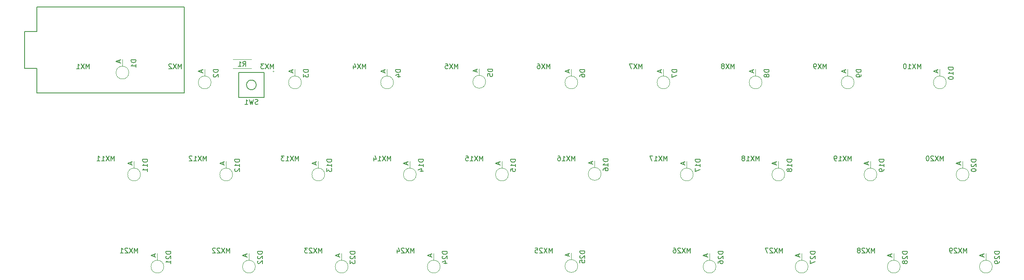
<source format=gbr>
G04 #@! TF.GenerationSoftware,KiCad,Pcbnew,(5.1.4-0-10_14)*
G04 #@! TF.CreationDate,2020-06-07T21:29:09-05:00*
G04 #@! TF.ProjectId,omega,6f6d6567-612e-46b6-9963-61645f706362,rev?*
G04 #@! TF.SameCoordinates,Original*
G04 #@! TF.FileFunction,Legend,Bot*
G04 #@! TF.FilePolarity,Positive*
%FSLAX46Y46*%
G04 Gerber Fmt 4.6, Leading zero omitted, Abs format (unit mm)*
G04 Created by KiCad (PCBNEW (5.1.4-0-10_14)) date 2020-06-07 21:29:09*
%MOMM*%
%LPD*%
G04 APERTURE LIST*
%ADD10C,0.120000*%
%ADD11C,0.150000*%
G04 APERTURE END LIST*
D10*
X105029000Y-54991000D02*
G75*
G03X105029000Y-54991000I-127000J0D01*
G01*
X96505000Y-52547000D02*
X100345000Y-52547000D01*
X96505000Y-54387000D02*
X100345000Y-54387000D01*
X252222000Y-94050629D02*
X252222000Y-92667000D01*
X253548371Y-95377000D02*
G75*
G03X253548371Y-95377000I-1326371J0D01*
G01*
X233172000Y-94050629D02*
X233172000Y-92667000D01*
X234498371Y-95377000D02*
G75*
G03X234498371Y-95377000I-1326371J0D01*
G01*
X214122000Y-94050629D02*
X214122000Y-92667000D01*
X215448371Y-95377000D02*
G75*
G03X215448371Y-95377000I-1326371J0D01*
G01*
X195072000Y-94050629D02*
X195072000Y-92667000D01*
X196398371Y-95377000D02*
G75*
G03X196398371Y-95377000I-1326371J0D01*
G01*
X166497000Y-93923629D02*
X166497000Y-92540000D01*
X167823371Y-95250000D02*
G75*
G03X167823371Y-95250000I-1326371J0D01*
G01*
X138049000Y-94050629D02*
X138049000Y-92667000D01*
X139375371Y-95377000D02*
G75*
G03X139375371Y-95377000I-1326371J0D01*
G01*
X118999000Y-94050629D02*
X118999000Y-92667000D01*
X120325371Y-95377000D02*
G75*
G03X120325371Y-95377000I-1326371J0D01*
G01*
X99822000Y-94050629D02*
X99822000Y-92667000D01*
X101148371Y-95377000D02*
G75*
G03X101148371Y-95377000I-1326371J0D01*
G01*
X80899000Y-94050629D02*
X80899000Y-92667000D01*
X82225371Y-95377000D02*
G75*
G03X82225371Y-95377000I-1326371J0D01*
G01*
X247396000Y-75000629D02*
X247396000Y-73617000D01*
X248722371Y-76327000D02*
G75*
G03X248722371Y-76327000I-1326371J0D01*
G01*
X228346000Y-75000629D02*
X228346000Y-73617000D01*
X229672371Y-76327000D02*
G75*
G03X229672371Y-76327000I-1326371J0D01*
G01*
X209296000Y-75000629D02*
X209296000Y-73617000D01*
X210622371Y-76327000D02*
G75*
G03X210622371Y-76327000I-1326371J0D01*
G01*
X190373000Y-75000629D02*
X190373000Y-73617000D01*
X191699371Y-76327000D02*
G75*
G03X191699371Y-76327000I-1326371J0D01*
G01*
X171323000Y-74873629D02*
X171323000Y-73490000D01*
X172649371Y-76200000D02*
G75*
G03X172649371Y-76200000I-1326371J0D01*
G01*
X152146000Y-75000629D02*
X152146000Y-73617000D01*
X153472371Y-76327000D02*
G75*
G03X153472371Y-76327000I-1326371J0D01*
G01*
X133096000Y-75000629D02*
X133096000Y-73617000D01*
X134422371Y-76327000D02*
G75*
G03X134422371Y-76327000I-1326371J0D01*
G01*
X114173000Y-75000629D02*
X114173000Y-73617000D01*
X115499371Y-76327000D02*
G75*
G03X115499371Y-76327000I-1326371J0D01*
G01*
X95123000Y-75000629D02*
X95123000Y-73617000D01*
X96449371Y-76327000D02*
G75*
G03X96449371Y-76327000I-1326371J0D01*
G01*
X76073000Y-75000629D02*
X76073000Y-73617000D01*
X77399371Y-76327000D02*
G75*
G03X77399371Y-76327000I-1326371J0D01*
G01*
X242697000Y-55950629D02*
X242697000Y-54567000D01*
X244023371Y-57277000D02*
G75*
G03X244023371Y-57277000I-1326371J0D01*
G01*
X223647000Y-55950629D02*
X223647000Y-54567000D01*
X224973371Y-57277000D02*
G75*
G03X224973371Y-57277000I-1326371J0D01*
G01*
X204597000Y-55950629D02*
X204597000Y-54567000D01*
X205923371Y-57277000D02*
G75*
G03X205923371Y-57277000I-1326371J0D01*
G01*
X185547000Y-55950629D02*
X185547000Y-54567000D01*
X186873371Y-57277000D02*
G75*
G03X186873371Y-57277000I-1326371J0D01*
G01*
X166497000Y-55950629D02*
X166497000Y-54567000D01*
X167823371Y-57277000D02*
G75*
G03X167823371Y-57277000I-1326371J0D01*
G01*
X147447000Y-55823629D02*
X147447000Y-54440000D01*
X148773371Y-57150000D02*
G75*
G03X148773371Y-57150000I-1326371J0D01*
G01*
X128397000Y-55950629D02*
X128397000Y-54567000D01*
X129723371Y-57277000D02*
G75*
G03X129723371Y-57277000I-1326371J0D01*
G01*
X109347000Y-55950629D02*
X109347000Y-54567000D01*
X110673371Y-57277000D02*
G75*
G03X110673371Y-57277000I-1326371J0D01*
G01*
X90678000Y-55950629D02*
X90678000Y-54567000D01*
X92004371Y-57277000D02*
G75*
G03X92004371Y-57277000I-1326371J0D01*
G01*
X73660000Y-53918629D02*
X73660000Y-52535000D01*
X74986371Y-55245000D02*
G75*
G03X74986371Y-55245000I-1326371J0D01*
G01*
D11*
X86487000Y-59436000D02*
X86487000Y-41656000D01*
X56007000Y-59436000D02*
X86487000Y-59436000D01*
X56007000Y-54356000D02*
X56007000Y-59436000D01*
X53467000Y-54356000D02*
X56007000Y-54356000D01*
X53467000Y-46736000D02*
X53467000Y-54356000D01*
X56007000Y-46736000D02*
X53467000Y-46736000D01*
X56007000Y-41656000D02*
X56007000Y-46736000D01*
X56007000Y-41656000D02*
X86487000Y-41656000D01*
X101330000Y-57785000D02*
G75*
G03X101330000Y-57785000I-1000000J0D01*
G01*
X97730000Y-55185000D02*
X97730000Y-60385000D01*
X102930000Y-55185000D02*
X97730000Y-55185000D01*
X102930000Y-60385000D02*
X102930000Y-55185000D01*
X97730000Y-60385000D02*
X102930000Y-60385000D01*
X98591666Y-53919380D02*
X98925000Y-53443190D01*
X99163095Y-53919380D02*
X99163095Y-52919380D01*
X98782142Y-52919380D01*
X98686904Y-52967000D01*
X98639285Y-53014619D01*
X98591666Y-53109857D01*
X98591666Y-53252714D01*
X98639285Y-53347952D01*
X98686904Y-53395571D01*
X98782142Y-53443190D01*
X99163095Y-53443190D01*
X97639285Y-53919380D02*
X98210714Y-53919380D01*
X97925000Y-53919380D02*
X97925000Y-52919380D01*
X98020238Y-53062238D01*
X98115476Y-53157476D01*
X98210714Y-53205095D01*
X255000751Y-92257714D02*
X254000751Y-92257714D01*
X254000751Y-92495809D01*
X254048371Y-92638666D01*
X254143609Y-92733904D01*
X254238847Y-92781523D01*
X254429323Y-92829142D01*
X254572180Y-92829142D01*
X254762656Y-92781523D01*
X254857894Y-92733904D01*
X254953132Y-92638666D01*
X255000751Y-92495809D01*
X255000751Y-92257714D01*
X254095990Y-93210095D02*
X254048371Y-93257714D01*
X254000751Y-93352952D01*
X254000751Y-93591047D01*
X254048371Y-93686285D01*
X254095990Y-93733904D01*
X254191228Y-93781523D01*
X254286466Y-93781523D01*
X254429323Y-93733904D01*
X255000751Y-93162476D01*
X255000751Y-93781523D01*
X255000751Y-94257714D02*
X255000751Y-94448190D01*
X254953132Y-94543428D01*
X254905513Y-94591047D01*
X254762656Y-94686285D01*
X254572180Y-94733904D01*
X254191228Y-94733904D01*
X254095990Y-94686285D01*
X254048371Y-94638666D01*
X254000751Y-94543428D01*
X254000751Y-94352952D01*
X254048371Y-94257714D01*
X254095990Y-94210095D01*
X254191228Y-94162476D01*
X254429323Y-94162476D01*
X254524561Y-94210095D01*
X254572180Y-94257714D01*
X254619799Y-94352952D01*
X254619799Y-94543428D01*
X254572180Y-94638666D01*
X254524561Y-94686285D01*
X254429323Y-94733904D01*
X251588666Y-92828904D02*
X251588666Y-93305095D01*
X251874380Y-92733666D02*
X250874380Y-93067000D01*
X251874380Y-93400333D01*
X235950751Y-92257714D02*
X234950751Y-92257714D01*
X234950751Y-92495809D01*
X234998371Y-92638666D01*
X235093609Y-92733904D01*
X235188847Y-92781523D01*
X235379323Y-92829142D01*
X235522180Y-92829142D01*
X235712656Y-92781523D01*
X235807894Y-92733904D01*
X235903132Y-92638666D01*
X235950751Y-92495809D01*
X235950751Y-92257714D01*
X235045990Y-93210095D02*
X234998371Y-93257714D01*
X234950751Y-93352952D01*
X234950751Y-93591047D01*
X234998371Y-93686285D01*
X235045990Y-93733904D01*
X235141228Y-93781523D01*
X235236466Y-93781523D01*
X235379323Y-93733904D01*
X235950751Y-93162476D01*
X235950751Y-93781523D01*
X235379323Y-94352952D02*
X235331704Y-94257714D01*
X235284085Y-94210095D01*
X235188847Y-94162476D01*
X235141228Y-94162476D01*
X235045990Y-94210095D01*
X234998371Y-94257714D01*
X234950751Y-94352952D01*
X234950751Y-94543428D01*
X234998371Y-94638666D01*
X235045990Y-94686285D01*
X235141228Y-94733904D01*
X235188847Y-94733904D01*
X235284085Y-94686285D01*
X235331704Y-94638666D01*
X235379323Y-94543428D01*
X235379323Y-94352952D01*
X235426942Y-94257714D01*
X235474561Y-94210095D01*
X235569799Y-94162476D01*
X235760275Y-94162476D01*
X235855513Y-94210095D01*
X235903132Y-94257714D01*
X235950751Y-94352952D01*
X235950751Y-94543428D01*
X235903132Y-94638666D01*
X235855513Y-94686285D01*
X235760275Y-94733904D01*
X235569799Y-94733904D01*
X235474561Y-94686285D01*
X235426942Y-94638666D01*
X235379323Y-94543428D01*
X232538666Y-92828904D02*
X232538666Y-93305095D01*
X232824380Y-92733666D02*
X231824380Y-93067000D01*
X232824380Y-93400333D01*
X216900751Y-92257714D02*
X215900751Y-92257714D01*
X215900751Y-92495809D01*
X215948371Y-92638666D01*
X216043609Y-92733904D01*
X216138847Y-92781523D01*
X216329323Y-92829142D01*
X216472180Y-92829142D01*
X216662656Y-92781523D01*
X216757894Y-92733904D01*
X216853132Y-92638666D01*
X216900751Y-92495809D01*
X216900751Y-92257714D01*
X215995990Y-93210095D02*
X215948371Y-93257714D01*
X215900751Y-93352952D01*
X215900751Y-93591047D01*
X215948371Y-93686285D01*
X215995990Y-93733904D01*
X216091228Y-93781523D01*
X216186466Y-93781523D01*
X216329323Y-93733904D01*
X216900751Y-93162476D01*
X216900751Y-93781523D01*
X215900751Y-94114857D02*
X215900751Y-94781523D01*
X216900751Y-94352952D01*
X213488666Y-92828904D02*
X213488666Y-93305095D01*
X213774380Y-92733666D02*
X212774380Y-93067000D01*
X213774380Y-93400333D01*
X197850751Y-92257714D02*
X196850751Y-92257714D01*
X196850751Y-92495809D01*
X196898371Y-92638666D01*
X196993609Y-92733904D01*
X197088847Y-92781523D01*
X197279323Y-92829142D01*
X197422180Y-92829142D01*
X197612656Y-92781523D01*
X197707894Y-92733904D01*
X197803132Y-92638666D01*
X197850751Y-92495809D01*
X197850751Y-92257714D01*
X196945990Y-93210095D02*
X196898371Y-93257714D01*
X196850751Y-93352952D01*
X196850751Y-93591047D01*
X196898371Y-93686285D01*
X196945990Y-93733904D01*
X197041228Y-93781523D01*
X197136466Y-93781523D01*
X197279323Y-93733904D01*
X197850751Y-93162476D01*
X197850751Y-93781523D01*
X196850751Y-94638666D02*
X196850751Y-94448190D01*
X196898371Y-94352952D01*
X196945990Y-94305333D01*
X197088847Y-94210095D01*
X197279323Y-94162476D01*
X197660275Y-94162476D01*
X197755513Y-94210095D01*
X197803132Y-94257714D01*
X197850751Y-94352952D01*
X197850751Y-94543428D01*
X197803132Y-94638666D01*
X197755513Y-94686285D01*
X197660275Y-94733904D01*
X197422180Y-94733904D01*
X197326942Y-94686285D01*
X197279323Y-94638666D01*
X197231704Y-94543428D01*
X197231704Y-94352952D01*
X197279323Y-94257714D01*
X197326942Y-94210095D01*
X197422180Y-94162476D01*
X194438666Y-92828904D02*
X194438666Y-93305095D01*
X194724380Y-92733666D02*
X193724380Y-93067000D01*
X194724380Y-93400333D01*
X169275751Y-92130714D02*
X168275751Y-92130714D01*
X168275751Y-92368809D01*
X168323371Y-92511666D01*
X168418609Y-92606904D01*
X168513847Y-92654523D01*
X168704323Y-92702142D01*
X168847180Y-92702142D01*
X169037656Y-92654523D01*
X169132894Y-92606904D01*
X169228132Y-92511666D01*
X169275751Y-92368809D01*
X169275751Y-92130714D01*
X168370990Y-93083095D02*
X168323371Y-93130714D01*
X168275751Y-93225952D01*
X168275751Y-93464047D01*
X168323371Y-93559285D01*
X168370990Y-93606904D01*
X168466228Y-93654523D01*
X168561466Y-93654523D01*
X168704323Y-93606904D01*
X169275751Y-93035476D01*
X169275751Y-93654523D01*
X168275751Y-94559285D02*
X168275751Y-94083095D01*
X168751942Y-94035476D01*
X168704323Y-94083095D01*
X168656704Y-94178333D01*
X168656704Y-94416428D01*
X168704323Y-94511666D01*
X168751942Y-94559285D01*
X168847180Y-94606904D01*
X169085275Y-94606904D01*
X169180513Y-94559285D01*
X169228132Y-94511666D01*
X169275751Y-94416428D01*
X169275751Y-94178333D01*
X169228132Y-94083095D01*
X169180513Y-94035476D01*
X165863666Y-92701904D02*
X165863666Y-93178095D01*
X166149380Y-92606666D02*
X165149380Y-92940000D01*
X166149380Y-93273333D01*
X140827751Y-92257714D02*
X139827751Y-92257714D01*
X139827751Y-92495809D01*
X139875371Y-92638666D01*
X139970609Y-92733904D01*
X140065847Y-92781523D01*
X140256323Y-92829142D01*
X140399180Y-92829142D01*
X140589656Y-92781523D01*
X140684894Y-92733904D01*
X140780132Y-92638666D01*
X140827751Y-92495809D01*
X140827751Y-92257714D01*
X139922990Y-93210095D02*
X139875371Y-93257714D01*
X139827751Y-93352952D01*
X139827751Y-93591047D01*
X139875371Y-93686285D01*
X139922990Y-93733904D01*
X140018228Y-93781523D01*
X140113466Y-93781523D01*
X140256323Y-93733904D01*
X140827751Y-93162476D01*
X140827751Y-93781523D01*
X140161085Y-94638666D02*
X140827751Y-94638666D01*
X139780132Y-94400571D02*
X140494418Y-94162476D01*
X140494418Y-94781523D01*
X137415666Y-92828904D02*
X137415666Y-93305095D01*
X137701380Y-92733666D02*
X136701380Y-93067000D01*
X137701380Y-93400333D01*
X121777751Y-92257714D02*
X120777751Y-92257714D01*
X120777751Y-92495809D01*
X120825371Y-92638666D01*
X120920609Y-92733904D01*
X121015847Y-92781523D01*
X121206323Y-92829142D01*
X121349180Y-92829142D01*
X121539656Y-92781523D01*
X121634894Y-92733904D01*
X121730132Y-92638666D01*
X121777751Y-92495809D01*
X121777751Y-92257714D01*
X120872990Y-93210095D02*
X120825371Y-93257714D01*
X120777751Y-93352952D01*
X120777751Y-93591047D01*
X120825371Y-93686285D01*
X120872990Y-93733904D01*
X120968228Y-93781523D01*
X121063466Y-93781523D01*
X121206323Y-93733904D01*
X121777751Y-93162476D01*
X121777751Y-93781523D01*
X120777751Y-94114857D02*
X120777751Y-94733904D01*
X121158704Y-94400571D01*
X121158704Y-94543428D01*
X121206323Y-94638666D01*
X121253942Y-94686285D01*
X121349180Y-94733904D01*
X121587275Y-94733904D01*
X121682513Y-94686285D01*
X121730132Y-94638666D01*
X121777751Y-94543428D01*
X121777751Y-94257714D01*
X121730132Y-94162476D01*
X121682513Y-94114857D01*
X118365666Y-92828904D02*
X118365666Y-93305095D01*
X118651380Y-92733666D02*
X117651380Y-93067000D01*
X118651380Y-93400333D01*
X102600751Y-92257714D02*
X101600751Y-92257714D01*
X101600751Y-92495809D01*
X101648371Y-92638666D01*
X101743609Y-92733904D01*
X101838847Y-92781523D01*
X102029323Y-92829142D01*
X102172180Y-92829142D01*
X102362656Y-92781523D01*
X102457894Y-92733904D01*
X102553132Y-92638666D01*
X102600751Y-92495809D01*
X102600751Y-92257714D01*
X101695990Y-93210095D02*
X101648371Y-93257714D01*
X101600751Y-93352952D01*
X101600751Y-93591047D01*
X101648371Y-93686285D01*
X101695990Y-93733904D01*
X101791228Y-93781523D01*
X101886466Y-93781523D01*
X102029323Y-93733904D01*
X102600751Y-93162476D01*
X102600751Y-93781523D01*
X101695990Y-94162476D02*
X101648371Y-94210095D01*
X101600751Y-94305333D01*
X101600751Y-94543428D01*
X101648371Y-94638666D01*
X101695990Y-94686285D01*
X101791228Y-94733904D01*
X101886466Y-94733904D01*
X102029323Y-94686285D01*
X102600751Y-94114857D01*
X102600751Y-94733904D01*
X99188666Y-92828904D02*
X99188666Y-93305095D01*
X99474380Y-92733666D02*
X98474380Y-93067000D01*
X99474380Y-93400333D01*
X83677751Y-92257714D02*
X82677751Y-92257714D01*
X82677751Y-92495809D01*
X82725371Y-92638666D01*
X82820609Y-92733904D01*
X82915847Y-92781523D01*
X83106323Y-92829142D01*
X83249180Y-92829142D01*
X83439656Y-92781523D01*
X83534894Y-92733904D01*
X83630132Y-92638666D01*
X83677751Y-92495809D01*
X83677751Y-92257714D01*
X82772990Y-93210095D02*
X82725371Y-93257714D01*
X82677751Y-93352952D01*
X82677751Y-93591047D01*
X82725371Y-93686285D01*
X82772990Y-93733904D01*
X82868228Y-93781523D01*
X82963466Y-93781523D01*
X83106323Y-93733904D01*
X83677751Y-93162476D01*
X83677751Y-93781523D01*
X83677751Y-94733904D02*
X83677751Y-94162476D01*
X83677751Y-94448190D02*
X82677751Y-94448190D01*
X82820609Y-94352952D01*
X82915847Y-94257714D01*
X82963466Y-94162476D01*
X80265666Y-92828904D02*
X80265666Y-93305095D01*
X80551380Y-92733666D02*
X79551380Y-93067000D01*
X80551380Y-93400333D01*
X250174751Y-73207714D02*
X249174751Y-73207714D01*
X249174751Y-73445809D01*
X249222371Y-73588666D01*
X249317609Y-73683904D01*
X249412847Y-73731523D01*
X249603323Y-73779142D01*
X249746180Y-73779142D01*
X249936656Y-73731523D01*
X250031894Y-73683904D01*
X250127132Y-73588666D01*
X250174751Y-73445809D01*
X250174751Y-73207714D01*
X249269990Y-74160095D02*
X249222371Y-74207714D01*
X249174751Y-74302952D01*
X249174751Y-74541047D01*
X249222371Y-74636285D01*
X249269990Y-74683904D01*
X249365228Y-74731523D01*
X249460466Y-74731523D01*
X249603323Y-74683904D01*
X250174751Y-74112476D01*
X250174751Y-74731523D01*
X249174751Y-75350571D02*
X249174751Y-75445809D01*
X249222371Y-75541047D01*
X249269990Y-75588666D01*
X249365228Y-75636285D01*
X249555704Y-75683904D01*
X249793799Y-75683904D01*
X249984275Y-75636285D01*
X250079513Y-75588666D01*
X250127132Y-75541047D01*
X250174751Y-75445809D01*
X250174751Y-75350571D01*
X250127132Y-75255333D01*
X250079513Y-75207714D01*
X249984275Y-75160095D01*
X249793799Y-75112476D01*
X249555704Y-75112476D01*
X249365228Y-75160095D01*
X249269990Y-75207714D01*
X249222371Y-75255333D01*
X249174751Y-75350571D01*
X246762666Y-73778904D02*
X246762666Y-74255095D01*
X247048380Y-73683666D02*
X246048380Y-74017000D01*
X247048380Y-74350333D01*
X231124751Y-73207714D02*
X230124751Y-73207714D01*
X230124751Y-73445809D01*
X230172371Y-73588666D01*
X230267609Y-73683904D01*
X230362847Y-73731523D01*
X230553323Y-73779142D01*
X230696180Y-73779142D01*
X230886656Y-73731523D01*
X230981894Y-73683904D01*
X231077132Y-73588666D01*
X231124751Y-73445809D01*
X231124751Y-73207714D01*
X231124751Y-74731523D02*
X231124751Y-74160095D01*
X231124751Y-74445809D02*
X230124751Y-74445809D01*
X230267609Y-74350571D01*
X230362847Y-74255333D01*
X230410466Y-74160095D01*
X231124751Y-75207714D02*
X231124751Y-75398190D01*
X231077132Y-75493428D01*
X231029513Y-75541047D01*
X230886656Y-75636285D01*
X230696180Y-75683904D01*
X230315228Y-75683904D01*
X230219990Y-75636285D01*
X230172371Y-75588666D01*
X230124751Y-75493428D01*
X230124751Y-75302952D01*
X230172371Y-75207714D01*
X230219990Y-75160095D01*
X230315228Y-75112476D01*
X230553323Y-75112476D01*
X230648561Y-75160095D01*
X230696180Y-75207714D01*
X230743799Y-75302952D01*
X230743799Y-75493428D01*
X230696180Y-75588666D01*
X230648561Y-75636285D01*
X230553323Y-75683904D01*
X227712666Y-73778904D02*
X227712666Y-74255095D01*
X227998380Y-73683666D02*
X226998380Y-74017000D01*
X227998380Y-74350333D01*
X212074751Y-73207714D02*
X211074751Y-73207714D01*
X211074751Y-73445809D01*
X211122371Y-73588666D01*
X211217609Y-73683904D01*
X211312847Y-73731523D01*
X211503323Y-73779142D01*
X211646180Y-73779142D01*
X211836656Y-73731523D01*
X211931894Y-73683904D01*
X212027132Y-73588666D01*
X212074751Y-73445809D01*
X212074751Y-73207714D01*
X212074751Y-74731523D02*
X212074751Y-74160095D01*
X212074751Y-74445809D02*
X211074751Y-74445809D01*
X211217609Y-74350571D01*
X211312847Y-74255333D01*
X211360466Y-74160095D01*
X211503323Y-75302952D02*
X211455704Y-75207714D01*
X211408085Y-75160095D01*
X211312847Y-75112476D01*
X211265228Y-75112476D01*
X211169990Y-75160095D01*
X211122371Y-75207714D01*
X211074751Y-75302952D01*
X211074751Y-75493428D01*
X211122371Y-75588666D01*
X211169990Y-75636285D01*
X211265228Y-75683904D01*
X211312847Y-75683904D01*
X211408085Y-75636285D01*
X211455704Y-75588666D01*
X211503323Y-75493428D01*
X211503323Y-75302952D01*
X211550942Y-75207714D01*
X211598561Y-75160095D01*
X211693799Y-75112476D01*
X211884275Y-75112476D01*
X211979513Y-75160095D01*
X212027132Y-75207714D01*
X212074751Y-75302952D01*
X212074751Y-75493428D01*
X212027132Y-75588666D01*
X211979513Y-75636285D01*
X211884275Y-75683904D01*
X211693799Y-75683904D01*
X211598561Y-75636285D01*
X211550942Y-75588666D01*
X211503323Y-75493428D01*
X208662666Y-73778904D02*
X208662666Y-74255095D01*
X208948380Y-73683666D02*
X207948380Y-74017000D01*
X208948380Y-74350333D01*
X193151751Y-73207714D02*
X192151751Y-73207714D01*
X192151751Y-73445809D01*
X192199371Y-73588666D01*
X192294609Y-73683904D01*
X192389847Y-73731523D01*
X192580323Y-73779142D01*
X192723180Y-73779142D01*
X192913656Y-73731523D01*
X193008894Y-73683904D01*
X193104132Y-73588666D01*
X193151751Y-73445809D01*
X193151751Y-73207714D01*
X193151751Y-74731523D02*
X193151751Y-74160095D01*
X193151751Y-74445809D02*
X192151751Y-74445809D01*
X192294609Y-74350571D01*
X192389847Y-74255333D01*
X192437466Y-74160095D01*
X192151751Y-75064857D02*
X192151751Y-75731523D01*
X193151751Y-75302952D01*
X189739666Y-73778904D02*
X189739666Y-74255095D01*
X190025380Y-73683666D02*
X189025380Y-74017000D01*
X190025380Y-74350333D01*
X174101751Y-73080714D02*
X173101751Y-73080714D01*
X173101751Y-73318809D01*
X173149371Y-73461666D01*
X173244609Y-73556904D01*
X173339847Y-73604523D01*
X173530323Y-73652142D01*
X173673180Y-73652142D01*
X173863656Y-73604523D01*
X173958894Y-73556904D01*
X174054132Y-73461666D01*
X174101751Y-73318809D01*
X174101751Y-73080714D01*
X174101751Y-74604523D02*
X174101751Y-74033095D01*
X174101751Y-74318809D02*
X173101751Y-74318809D01*
X173244609Y-74223571D01*
X173339847Y-74128333D01*
X173387466Y-74033095D01*
X173101751Y-75461666D02*
X173101751Y-75271190D01*
X173149371Y-75175952D01*
X173196990Y-75128333D01*
X173339847Y-75033095D01*
X173530323Y-74985476D01*
X173911275Y-74985476D01*
X174006513Y-75033095D01*
X174054132Y-75080714D01*
X174101751Y-75175952D01*
X174101751Y-75366428D01*
X174054132Y-75461666D01*
X174006513Y-75509285D01*
X173911275Y-75556904D01*
X173673180Y-75556904D01*
X173577942Y-75509285D01*
X173530323Y-75461666D01*
X173482704Y-75366428D01*
X173482704Y-75175952D01*
X173530323Y-75080714D01*
X173577942Y-75033095D01*
X173673180Y-74985476D01*
X170689666Y-73651904D02*
X170689666Y-74128095D01*
X170975380Y-73556666D02*
X169975380Y-73890000D01*
X170975380Y-74223333D01*
X154924751Y-73207714D02*
X153924751Y-73207714D01*
X153924751Y-73445809D01*
X153972371Y-73588666D01*
X154067609Y-73683904D01*
X154162847Y-73731523D01*
X154353323Y-73779142D01*
X154496180Y-73779142D01*
X154686656Y-73731523D01*
X154781894Y-73683904D01*
X154877132Y-73588666D01*
X154924751Y-73445809D01*
X154924751Y-73207714D01*
X154924751Y-74731523D02*
X154924751Y-74160095D01*
X154924751Y-74445809D02*
X153924751Y-74445809D01*
X154067609Y-74350571D01*
X154162847Y-74255333D01*
X154210466Y-74160095D01*
X153924751Y-75636285D02*
X153924751Y-75160095D01*
X154400942Y-75112476D01*
X154353323Y-75160095D01*
X154305704Y-75255333D01*
X154305704Y-75493428D01*
X154353323Y-75588666D01*
X154400942Y-75636285D01*
X154496180Y-75683904D01*
X154734275Y-75683904D01*
X154829513Y-75636285D01*
X154877132Y-75588666D01*
X154924751Y-75493428D01*
X154924751Y-75255333D01*
X154877132Y-75160095D01*
X154829513Y-75112476D01*
X151512666Y-73778904D02*
X151512666Y-74255095D01*
X151798380Y-73683666D02*
X150798380Y-74017000D01*
X151798380Y-74350333D01*
X135874751Y-73207714D02*
X134874751Y-73207714D01*
X134874751Y-73445809D01*
X134922371Y-73588666D01*
X135017609Y-73683904D01*
X135112847Y-73731523D01*
X135303323Y-73779142D01*
X135446180Y-73779142D01*
X135636656Y-73731523D01*
X135731894Y-73683904D01*
X135827132Y-73588666D01*
X135874751Y-73445809D01*
X135874751Y-73207714D01*
X135874751Y-74731523D02*
X135874751Y-74160095D01*
X135874751Y-74445809D02*
X134874751Y-74445809D01*
X135017609Y-74350571D01*
X135112847Y-74255333D01*
X135160466Y-74160095D01*
X135208085Y-75588666D02*
X135874751Y-75588666D01*
X134827132Y-75350571D02*
X135541418Y-75112476D01*
X135541418Y-75731523D01*
X132462666Y-73778904D02*
X132462666Y-74255095D01*
X132748380Y-73683666D02*
X131748380Y-74017000D01*
X132748380Y-74350333D01*
X116951751Y-73207714D02*
X115951751Y-73207714D01*
X115951751Y-73445809D01*
X115999371Y-73588666D01*
X116094609Y-73683904D01*
X116189847Y-73731523D01*
X116380323Y-73779142D01*
X116523180Y-73779142D01*
X116713656Y-73731523D01*
X116808894Y-73683904D01*
X116904132Y-73588666D01*
X116951751Y-73445809D01*
X116951751Y-73207714D01*
X116951751Y-74731523D02*
X116951751Y-74160095D01*
X116951751Y-74445809D02*
X115951751Y-74445809D01*
X116094609Y-74350571D01*
X116189847Y-74255333D01*
X116237466Y-74160095D01*
X115951751Y-75064857D02*
X115951751Y-75683904D01*
X116332704Y-75350571D01*
X116332704Y-75493428D01*
X116380323Y-75588666D01*
X116427942Y-75636285D01*
X116523180Y-75683904D01*
X116761275Y-75683904D01*
X116856513Y-75636285D01*
X116904132Y-75588666D01*
X116951751Y-75493428D01*
X116951751Y-75207714D01*
X116904132Y-75112476D01*
X116856513Y-75064857D01*
X113539666Y-73778904D02*
X113539666Y-74255095D01*
X113825380Y-73683666D02*
X112825380Y-74017000D01*
X113825380Y-74350333D01*
X97901751Y-73207714D02*
X96901751Y-73207714D01*
X96901751Y-73445809D01*
X96949371Y-73588666D01*
X97044609Y-73683904D01*
X97139847Y-73731523D01*
X97330323Y-73779142D01*
X97473180Y-73779142D01*
X97663656Y-73731523D01*
X97758894Y-73683904D01*
X97854132Y-73588666D01*
X97901751Y-73445809D01*
X97901751Y-73207714D01*
X97901751Y-74731523D02*
X97901751Y-74160095D01*
X97901751Y-74445809D02*
X96901751Y-74445809D01*
X97044609Y-74350571D01*
X97139847Y-74255333D01*
X97187466Y-74160095D01*
X96996990Y-75112476D02*
X96949371Y-75160095D01*
X96901751Y-75255333D01*
X96901751Y-75493428D01*
X96949371Y-75588666D01*
X96996990Y-75636285D01*
X97092228Y-75683904D01*
X97187466Y-75683904D01*
X97330323Y-75636285D01*
X97901751Y-75064857D01*
X97901751Y-75683904D01*
X94489666Y-73778904D02*
X94489666Y-74255095D01*
X94775380Y-73683666D02*
X93775380Y-74017000D01*
X94775380Y-74350333D01*
X78851751Y-73207714D02*
X77851751Y-73207714D01*
X77851751Y-73445809D01*
X77899371Y-73588666D01*
X77994609Y-73683904D01*
X78089847Y-73731523D01*
X78280323Y-73779142D01*
X78423180Y-73779142D01*
X78613656Y-73731523D01*
X78708894Y-73683904D01*
X78804132Y-73588666D01*
X78851751Y-73445809D01*
X78851751Y-73207714D01*
X78851751Y-74731523D02*
X78851751Y-74160095D01*
X78851751Y-74445809D02*
X77851751Y-74445809D01*
X77994609Y-74350571D01*
X78089847Y-74255333D01*
X78137466Y-74160095D01*
X78851751Y-75683904D02*
X78851751Y-75112476D01*
X78851751Y-75398190D02*
X77851751Y-75398190D01*
X77994609Y-75302952D01*
X78089847Y-75207714D01*
X78137466Y-75112476D01*
X75439666Y-73778904D02*
X75439666Y-74255095D01*
X75725380Y-73683666D02*
X74725380Y-74017000D01*
X75725380Y-74350333D01*
X245475751Y-54157714D02*
X244475751Y-54157714D01*
X244475751Y-54395809D01*
X244523371Y-54538666D01*
X244618609Y-54633904D01*
X244713847Y-54681523D01*
X244904323Y-54729142D01*
X245047180Y-54729142D01*
X245237656Y-54681523D01*
X245332894Y-54633904D01*
X245428132Y-54538666D01*
X245475751Y-54395809D01*
X245475751Y-54157714D01*
X245475751Y-55681523D02*
X245475751Y-55110095D01*
X245475751Y-55395809D02*
X244475751Y-55395809D01*
X244618609Y-55300571D01*
X244713847Y-55205333D01*
X244761466Y-55110095D01*
X244475751Y-56300571D02*
X244475751Y-56395809D01*
X244523371Y-56491047D01*
X244570990Y-56538666D01*
X244666228Y-56586285D01*
X244856704Y-56633904D01*
X245094799Y-56633904D01*
X245285275Y-56586285D01*
X245380513Y-56538666D01*
X245428132Y-56491047D01*
X245475751Y-56395809D01*
X245475751Y-56300571D01*
X245428132Y-56205333D01*
X245380513Y-56157714D01*
X245285275Y-56110095D01*
X245094799Y-56062476D01*
X244856704Y-56062476D01*
X244666228Y-56110095D01*
X244570990Y-56157714D01*
X244523371Y-56205333D01*
X244475751Y-56300571D01*
X242063666Y-54728904D02*
X242063666Y-55205095D01*
X242349380Y-54633666D02*
X241349380Y-54967000D01*
X242349380Y-55300333D01*
X226425751Y-54633904D02*
X225425751Y-54633904D01*
X225425751Y-54872000D01*
X225473371Y-55014857D01*
X225568609Y-55110095D01*
X225663847Y-55157714D01*
X225854323Y-55205333D01*
X225997180Y-55205333D01*
X226187656Y-55157714D01*
X226282894Y-55110095D01*
X226378132Y-55014857D01*
X226425751Y-54872000D01*
X226425751Y-54633904D01*
X226425751Y-55681523D02*
X226425751Y-55872000D01*
X226378132Y-55967238D01*
X226330513Y-56014857D01*
X226187656Y-56110095D01*
X225997180Y-56157714D01*
X225616228Y-56157714D01*
X225520990Y-56110095D01*
X225473371Y-56062476D01*
X225425751Y-55967238D01*
X225425751Y-55776761D01*
X225473371Y-55681523D01*
X225520990Y-55633904D01*
X225616228Y-55586285D01*
X225854323Y-55586285D01*
X225949561Y-55633904D01*
X225997180Y-55681523D01*
X226044799Y-55776761D01*
X226044799Y-55967238D01*
X225997180Y-56062476D01*
X225949561Y-56110095D01*
X225854323Y-56157714D01*
X223013666Y-54728904D02*
X223013666Y-55205095D01*
X223299380Y-54633666D02*
X222299380Y-54967000D01*
X223299380Y-55300333D01*
X207375751Y-54633904D02*
X206375751Y-54633904D01*
X206375751Y-54872000D01*
X206423371Y-55014857D01*
X206518609Y-55110095D01*
X206613847Y-55157714D01*
X206804323Y-55205333D01*
X206947180Y-55205333D01*
X207137656Y-55157714D01*
X207232894Y-55110095D01*
X207328132Y-55014857D01*
X207375751Y-54872000D01*
X207375751Y-54633904D01*
X206804323Y-55776761D02*
X206756704Y-55681523D01*
X206709085Y-55633904D01*
X206613847Y-55586285D01*
X206566228Y-55586285D01*
X206470990Y-55633904D01*
X206423371Y-55681523D01*
X206375751Y-55776761D01*
X206375751Y-55967238D01*
X206423371Y-56062476D01*
X206470990Y-56110095D01*
X206566228Y-56157714D01*
X206613847Y-56157714D01*
X206709085Y-56110095D01*
X206756704Y-56062476D01*
X206804323Y-55967238D01*
X206804323Y-55776761D01*
X206851942Y-55681523D01*
X206899561Y-55633904D01*
X206994799Y-55586285D01*
X207185275Y-55586285D01*
X207280513Y-55633904D01*
X207328132Y-55681523D01*
X207375751Y-55776761D01*
X207375751Y-55967238D01*
X207328132Y-56062476D01*
X207280513Y-56110095D01*
X207185275Y-56157714D01*
X206994799Y-56157714D01*
X206899561Y-56110095D01*
X206851942Y-56062476D01*
X206804323Y-55967238D01*
X203963666Y-54728904D02*
X203963666Y-55205095D01*
X204249380Y-54633666D02*
X203249380Y-54967000D01*
X204249380Y-55300333D01*
X188325751Y-54633904D02*
X187325751Y-54633904D01*
X187325751Y-54872000D01*
X187373371Y-55014857D01*
X187468609Y-55110095D01*
X187563847Y-55157714D01*
X187754323Y-55205333D01*
X187897180Y-55205333D01*
X188087656Y-55157714D01*
X188182894Y-55110095D01*
X188278132Y-55014857D01*
X188325751Y-54872000D01*
X188325751Y-54633904D01*
X187325751Y-55538666D02*
X187325751Y-56205333D01*
X188325751Y-55776761D01*
X184913666Y-54728904D02*
X184913666Y-55205095D01*
X185199380Y-54633666D02*
X184199380Y-54967000D01*
X185199380Y-55300333D01*
X169275751Y-54633904D02*
X168275751Y-54633904D01*
X168275751Y-54872000D01*
X168323371Y-55014857D01*
X168418609Y-55110095D01*
X168513847Y-55157714D01*
X168704323Y-55205333D01*
X168847180Y-55205333D01*
X169037656Y-55157714D01*
X169132894Y-55110095D01*
X169228132Y-55014857D01*
X169275751Y-54872000D01*
X169275751Y-54633904D01*
X168275751Y-56062476D02*
X168275751Y-55872000D01*
X168323371Y-55776761D01*
X168370990Y-55729142D01*
X168513847Y-55633904D01*
X168704323Y-55586285D01*
X169085275Y-55586285D01*
X169180513Y-55633904D01*
X169228132Y-55681523D01*
X169275751Y-55776761D01*
X169275751Y-55967238D01*
X169228132Y-56062476D01*
X169180513Y-56110095D01*
X169085275Y-56157714D01*
X168847180Y-56157714D01*
X168751942Y-56110095D01*
X168704323Y-56062476D01*
X168656704Y-55967238D01*
X168656704Y-55776761D01*
X168704323Y-55681523D01*
X168751942Y-55633904D01*
X168847180Y-55586285D01*
X165863666Y-54728904D02*
X165863666Y-55205095D01*
X166149380Y-54633666D02*
X165149380Y-54967000D01*
X166149380Y-55300333D01*
X150225751Y-54506904D02*
X149225751Y-54506904D01*
X149225751Y-54745000D01*
X149273371Y-54887857D01*
X149368609Y-54983095D01*
X149463847Y-55030714D01*
X149654323Y-55078333D01*
X149797180Y-55078333D01*
X149987656Y-55030714D01*
X150082894Y-54983095D01*
X150178132Y-54887857D01*
X150225751Y-54745000D01*
X150225751Y-54506904D01*
X149225751Y-55983095D02*
X149225751Y-55506904D01*
X149701942Y-55459285D01*
X149654323Y-55506904D01*
X149606704Y-55602142D01*
X149606704Y-55840238D01*
X149654323Y-55935476D01*
X149701942Y-55983095D01*
X149797180Y-56030714D01*
X150035275Y-56030714D01*
X150130513Y-55983095D01*
X150178132Y-55935476D01*
X150225751Y-55840238D01*
X150225751Y-55602142D01*
X150178132Y-55506904D01*
X150130513Y-55459285D01*
X146813666Y-54601904D02*
X146813666Y-55078095D01*
X147099380Y-54506666D02*
X146099380Y-54840000D01*
X147099380Y-55173333D01*
X131175751Y-54633904D02*
X130175751Y-54633904D01*
X130175751Y-54872000D01*
X130223371Y-55014857D01*
X130318609Y-55110095D01*
X130413847Y-55157714D01*
X130604323Y-55205333D01*
X130747180Y-55205333D01*
X130937656Y-55157714D01*
X131032894Y-55110095D01*
X131128132Y-55014857D01*
X131175751Y-54872000D01*
X131175751Y-54633904D01*
X130509085Y-56062476D02*
X131175751Y-56062476D01*
X130128132Y-55824380D02*
X130842418Y-55586285D01*
X130842418Y-56205333D01*
X127763666Y-54728904D02*
X127763666Y-55205095D01*
X128049380Y-54633666D02*
X127049380Y-54967000D01*
X128049380Y-55300333D01*
X112125751Y-54633904D02*
X111125751Y-54633904D01*
X111125751Y-54872000D01*
X111173371Y-55014857D01*
X111268609Y-55110095D01*
X111363847Y-55157714D01*
X111554323Y-55205333D01*
X111697180Y-55205333D01*
X111887656Y-55157714D01*
X111982894Y-55110095D01*
X112078132Y-55014857D01*
X112125751Y-54872000D01*
X112125751Y-54633904D01*
X111125751Y-55538666D02*
X111125751Y-56157714D01*
X111506704Y-55824380D01*
X111506704Y-55967238D01*
X111554323Y-56062476D01*
X111601942Y-56110095D01*
X111697180Y-56157714D01*
X111935275Y-56157714D01*
X112030513Y-56110095D01*
X112078132Y-56062476D01*
X112125751Y-55967238D01*
X112125751Y-55681523D01*
X112078132Y-55586285D01*
X112030513Y-55538666D01*
X108713666Y-54728904D02*
X108713666Y-55205095D01*
X108999380Y-54633666D02*
X107999380Y-54967000D01*
X108999380Y-55300333D01*
X93456751Y-54633904D02*
X92456751Y-54633904D01*
X92456751Y-54872000D01*
X92504371Y-55014857D01*
X92599609Y-55110095D01*
X92694847Y-55157714D01*
X92885323Y-55205333D01*
X93028180Y-55205333D01*
X93218656Y-55157714D01*
X93313894Y-55110095D01*
X93409132Y-55014857D01*
X93456751Y-54872000D01*
X93456751Y-54633904D01*
X92551990Y-55586285D02*
X92504371Y-55633904D01*
X92456751Y-55729142D01*
X92456751Y-55967238D01*
X92504371Y-56062476D01*
X92551990Y-56110095D01*
X92647228Y-56157714D01*
X92742466Y-56157714D01*
X92885323Y-56110095D01*
X93456751Y-55538666D01*
X93456751Y-56157714D01*
X90044666Y-54728904D02*
X90044666Y-55205095D01*
X90330380Y-54633666D02*
X89330380Y-54967000D01*
X90330380Y-55300333D01*
X76438751Y-52601904D02*
X75438751Y-52601904D01*
X75438751Y-52840000D01*
X75486371Y-52982857D01*
X75581609Y-53078095D01*
X75676847Y-53125714D01*
X75867323Y-53173333D01*
X76010180Y-53173333D01*
X76200656Y-53125714D01*
X76295894Y-53078095D01*
X76391132Y-52982857D01*
X76438751Y-52840000D01*
X76438751Y-52601904D01*
X76438751Y-54125714D02*
X76438751Y-53554285D01*
X76438751Y-53840000D02*
X75438751Y-53840000D01*
X75581609Y-53744761D01*
X75676847Y-53649523D01*
X75724466Y-53554285D01*
X73026666Y-52696904D02*
X73026666Y-53173095D01*
X73312380Y-52601666D02*
X72312380Y-52935000D01*
X73312380Y-53268333D01*
X101663333Y-61745761D02*
X101520476Y-61793380D01*
X101282380Y-61793380D01*
X101187142Y-61745761D01*
X101139523Y-61698142D01*
X101091904Y-61602904D01*
X101091904Y-61507666D01*
X101139523Y-61412428D01*
X101187142Y-61364809D01*
X101282380Y-61317190D01*
X101472857Y-61269571D01*
X101568095Y-61221952D01*
X101615714Y-61174333D01*
X101663333Y-61079095D01*
X101663333Y-60983857D01*
X101615714Y-60888619D01*
X101568095Y-60841000D01*
X101472857Y-60793380D01*
X101234761Y-60793380D01*
X101091904Y-60841000D01*
X100758571Y-60793380D02*
X100520476Y-61793380D01*
X100330000Y-61079095D01*
X100139523Y-61793380D01*
X99901428Y-60793380D01*
X98996666Y-61793380D02*
X99568095Y-61793380D01*
X99282380Y-61793380D02*
X99282380Y-60793380D01*
X99377619Y-60936238D01*
X99472857Y-61031476D01*
X99568095Y-61079095D01*
X248268904Y-92527380D02*
X248268904Y-91527380D01*
X247935571Y-92241666D01*
X247602238Y-91527380D01*
X247602238Y-92527380D01*
X247221285Y-91527380D02*
X246554619Y-92527380D01*
X246554619Y-91527380D02*
X247221285Y-92527380D01*
X246221285Y-91622619D02*
X246173666Y-91575000D01*
X246078428Y-91527380D01*
X245840333Y-91527380D01*
X245745095Y-91575000D01*
X245697476Y-91622619D01*
X245649857Y-91717857D01*
X245649857Y-91813095D01*
X245697476Y-91955952D01*
X246268904Y-92527380D01*
X245649857Y-92527380D01*
X245173666Y-92527380D02*
X244983190Y-92527380D01*
X244887952Y-92479761D01*
X244840333Y-92432142D01*
X244745095Y-92289285D01*
X244697476Y-92098809D01*
X244697476Y-91717857D01*
X244745095Y-91622619D01*
X244792714Y-91575000D01*
X244887952Y-91527380D01*
X245078428Y-91527380D01*
X245173666Y-91575000D01*
X245221285Y-91622619D01*
X245268904Y-91717857D01*
X245268904Y-91955952D01*
X245221285Y-92051190D01*
X245173666Y-92098809D01*
X245078428Y-92146428D01*
X244887952Y-92146428D01*
X244792714Y-92098809D01*
X244745095Y-92051190D01*
X244697476Y-91955952D01*
X229218904Y-92527380D02*
X229218904Y-91527380D01*
X228885571Y-92241666D01*
X228552238Y-91527380D01*
X228552238Y-92527380D01*
X228171285Y-91527380D02*
X227504619Y-92527380D01*
X227504619Y-91527380D02*
X228171285Y-92527380D01*
X227171285Y-91622619D02*
X227123666Y-91575000D01*
X227028428Y-91527380D01*
X226790333Y-91527380D01*
X226695095Y-91575000D01*
X226647476Y-91622619D01*
X226599857Y-91717857D01*
X226599857Y-91813095D01*
X226647476Y-91955952D01*
X227218904Y-92527380D01*
X226599857Y-92527380D01*
X226028428Y-91955952D02*
X226123666Y-91908333D01*
X226171285Y-91860714D01*
X226218904Y-91765476D01*
X226218904Y-91717857D01*
X226171285Y-91622619D01*
X226123666Y-91575000D01*
X226028428Y-91527380D01*
X225837952Y-91527380D01*
X225742714Y-91575000D01*
X225695095Y-91622619D01*
X225647476Y-91717857D01*
X225647476Y-91765476D01*
X225695095Y-91860714D01*
X225742714Y-91908333D01*
X225837952Y-91955952D01*
X226028428Y-91955952D01*
X226123666Y-92003571D01*
X226171285Y-92051190D01*
X226218904Y-92146428D01*
X226218904Y-92336904D01*
X226171285Y-92432142D01*
X226123666Y-92479761D01*
X226028428Y-92527380D01*
X225837952Y-92527380D01*
X225742714Y-92479761D01*
X225695095Y-92432142D01*
X225647476Y-92336904D01*
X225647476Y-92146428D01*
X225695095Y-92051190D01*
X225742714Y-92003571D01*
X225837952Y-91955952D01*
X210168904Y-92527380D02*
X210168904Y-91527380D01*
X209835571Y-92241666D01*
X209502238Y-91527380D01*
X209502238Y-92527380D01*
X209121285Y-91527380D02*
X208454619Y-92527380D01*
X208454619Y-91527380D02*
X209121285Y-92527380D01*
X208121285Y-91622619D02*
X208073666Y-91575000D01*
X207978428Y-91527380D01*
X207740333Y-91527380D01*
X207645095Y-91575000D01*
X207597476Y-91622619D01*
X207549857Y-91717857D01*
X207549857Y-91813095D01*
X207597476Y-91955952D01*
X208168904Y-92527380D01*
X207549857Y-92527380D01*
X207216523Y-91527380D02*
X206549857Y-91527380D01*
X206978428Y-92527380D01*
X191118904Y-92527380D02*
X191118904Y-91527380D01*
X190785571Y-92241666D01*
X190452238Y-91527380D01*
X190452238Y-92527380D01*
X190071285Y-91527380D02*
X189404619Y-92527380D01*
X189404619Y-91527380D02*
X190071285Y-92527380D01*
X189071285Y-91622619D02*
X189023666Y-91575000D01*
X188928428Y-91527380D01*
X188690333Y-91527380D01*
X188595095Y-91575000D01*
X188547476Y-91622619D01*
X188499857Y-91717857D01*
X188499857Y-91813095D01*
X188547476Y-91955952D01*
X189118904Y-92527380D01*
X188499857Y-92527380D01*
X187642714Y-91527380D02*
X187833190Y-91527380D01*
X187928428Y-91575000D01*
X187976047Y-91622619D01*
X188071285Y-91765476D01*
X188118904Y-91955952D01*
X188118904Y-92336904D01*
X188071285Y-92432142D01*
X188023666Y-92479761D01*
X187928428Y-92527380D01*
X187737952Y-92527380D01*
X187642714Y-92479761D01*
X187595095Y-92432142D01*
X187547476Y-92336904D01*
X187547476Y-92098809D01*
X187595095Y-92003571D01*
X187642714Y-91955952D01*
X187737952Y-91908333D01*
X187928428Y-91908333D01*
X188023666Y-91955952D01*
X188071285Y-92003571D01*
X188118904Y-92098809D01*
X162543904Y-92527380D02*
X162543904Y-91527380D01*
X162210571Y-92241666D01*
X161877238Y-91527380D01*
X161877238Y-92527380D01*
X161496285Y-91527380D02*
X160829619Y-92527380D01*
X160829619Y-91527380D02*
X161496285Y-92527380D01*
X160496285Y-91622619D02*
X160448666Y-91575000D01*
X160353428Y-91527380D01*
X160115333Y-91527380D01*
X160020095Y-91575000D01*
X159972476Y-91622619D01*
X159924857Y-91717857D01*
X159924857Y-91813095D01*
X159972476Y-91955952D01*
X160543904Y-92527380D01*
X159924857Y-92527380D01*
X159020095Y-91527380D02*
X159496285Y-91527380D01*
X159543904Y-92003571D01*
X159496285Y-91955952D01*
X159401047Y-91908333D01*
X159162952Y-91908333D01*
X159067714Y-91955952D01*
X159020095Y-92003571D01*
X158972476Y-92098809D01*
X158972476Y-92336904D01*
X159020095Y-92432142D01*
X159067714Y-92479761D01*
X159162952Y-92527380D01*
X159401047Y-92527380D01*
X159496285Y-92479761D01*
X159543904Y-92432142D01*
X133968904Y-92527380D02*
X133968904Y-91527380D01*
X133635571Y-92241666D01*
X133302238Y-91527380D01*
X133302238Y-92527380D01*
X132921285Y-91527380D02*
X132254619Y-92527380D01*
X132254619Y-91527380D02*
X132921285Y-92527380D01*
X131921285Y-91622619D02*
X131873666Y-91575000D01*
X131778428Y-91527380D01*
X131540333Y-91527380D01*
X131445095Y-91575000D01*
X131397476Y-91622619D01*
X131349857Y-91717857D01*
X131349857Y-91813095D01*
X131397476Y-91955952D01*
X131968904Y-92527380D01*
X131349857Y-92527380D01*
X130492714Y-91860714D02*
X130492714Y-92527380D01*
X130730809Y-91479761D02*
X130968904Y-92194047D01*
X130349857Y-92194047D01*
X114918904Y-92527380D02*
X114918904Y-91527380D01*
X114585571Y-92241666D01*
X114252238Y-91527380D01*
X114252238Y-92527380D01*
X113871285Y-91527380D02*
X113204619Y-92527380D01*
X113204619Y-91527380D02*
X113871285Y-92527380D01*
X112871285Y-91622619D02*
X112823666Y-91575000D01*
X112728428Y-91527380D01*
X112490333Y-91527380D01*
X112395095Y-91575000D01*
X112347476Y-91622619D01*
X112299857Y-91717857D01*
X112299857Y-91813095D01*
X112347476Y-91955952D01*
X112918904Y-92527380D01*
X112299857Y-92527380D01*
X111966523Y-91527380D02*
X111347476Y-91527380D01*
X111680809Y-91908333D01*
X111537952Y-91908333D01*
X111442714Y-91955952D01*
X111395095Y-92003571D01*
X111347476Y-92098809D01*
X111347476Y-92336904D01*
X111395095Y-92432142D01*
X111442714Y-92479761D01*
X111537952Y-92527380D01*
X111823666Y-92527380D01*
X111918904Y-92479761D01*
X111966523Y-92432142D01*
X95868904Y-92527380D02*
X95868904Y-91527380D01*
X95535571Y-92241666D01*
X95202238Y-91527380D01*
X95202238Y-92527380D01*
X94821285Y-91527380D02*
X94154619Y-92527380D01*
X94154619Y-91527380D02*
X94821285Y-92527380D01*
X93821285Y-91622619D02*
X93773666Y-91575000D01*
X93678428Y-91527380D01*
X93440333Y-91527380D01*
X93345095Y-91575000D01*
X93297476Y-91622619D01*
X93249857Y-91717857D01*
X93249857Y-91813095D01*
X93297476Y-91955952D01*
X93868904Y-92527380D01*
X93249857Y-92527380D01*
X92868904Y-91622619D02*
X92821285Y-91575000D01*
X92726047Y-91527380D01*
X92487952Y-91527380D01*
X92392714Y-91575000D01*
X92345095Y-91622619D01*
X92297476Y-91717857D01*
X92297476Y-91813095D01*
X92345095Y-91955952D01*
X92916523Y-92527380D01*
X92297476Y-92527380D01*
X76818904Y-92527380D02*
X76818904Y-91527380D01*
X76485571Y-92241666D01*
X76152238Y-91527380D01*
X76152238Y-92527380D01*
X75771285Y-91527380D02*
X75104619Y-92527380D01*
X75104619Y-91527380D02*
X75771285Y-92527380D01*
X74771285Y-91622619D02*
X74723666Y-91575000D01*
X74628428Y-91527380D01*
X74390333Y-91527380D01*
X74295095Y-91575000D01*
X74247476Y-91622619D01*
X74199857Y-91717857D01*
X74199857Y-91813095D01*
X74247476Y-91955952D01*
X74818904Y-92527380D01*
X74199857Y-92527380D01*
X73247476Y-92527380D02*
X73818904Y-92527380D01*
X73533190Y-92527380D02*
X73533190Y-91527380D01*
X73628428Y-91670238D01*
X73723666Y-91765476D01*
X73818904Y-91813095D01*
X243442904Y-73477380D02*
X243442904Y-72477380D01*
X243109571Y-73191666D01*
X242776238Y-72477380D01*
X242776238Y-73477380D01*
X242395285Y-72477380D02*
X241728619Y-73477380D01*
X241728619Y-72477380D02*
X242395285Y-73477380D01*
X241395285Y-72572619D02*
X241347666Y-72525000D01*
X241252428Y-72477380D01*
X241014333Y-72477380D01*
X240919095Y-72525000D01*
X240871476Y-72572619D01*
X240823857Y-72667857D01*
X240823857Y-72763095D01*
X240871476Y-72905952D01*
X241442904Y-73477380D01*
X240823857Y-73477380D01*
X240204809Y-72477380D02*
X240109571Y-72477380D01*
X240014333Y-72525000D01*
X239966714Y-72572619D01*
X239919095Y-72667857D01*
X239871476Y-72858333D01*
X239871476Y-73096428D01*
X239919095Y-73286904D01*
X239966714Y-73382142D01*
X240014333Y-73429761D01*
X240109571Y-73477380D01*
X240204809Y-73477380D01*
X240300047Y-73429761D01*
X240347666Y-73382142D01*
X240395285Y-73286904D01*
X240442904Y-73096428D01*
X240442904Y-72858333D01*
X240395285Y-72667857D01*
X240347666Y-72572619D01*
X240300047Y-72525000D01*
X240204809Y-72477380D01*
X224392904Y-73477380D02*
X224392904Y-72477380D01*
X224059571Y-73191666D01*
X223726238Y-72477380D01*
X223726238Y-73477380D01*
X223345285Y-72477380D02*
X222678619Y-73477380D01*
X222678619Y-72477380D02*
X223345285Y-73477380D01*
X221773857Y-73477380D02*
X222345285Y-73477380D01*
X222059571Y-73477380D02*
X222059571Y-72477380D01*
X222154809Y-72620238D01*
X222250047Y-72715476D01*
X222345285Y-72763095D01*
X221297666Y-73477380D02*
X221107190Y-73477380D01*
X221011952Y-73429761D01*
X220964333Y-73382142D01*
X220869095Y-73239285D01*
X220821476Y-73048809D01*
X220821476Y-72667857D01*
X220869095Y-72572619D01*
X220916714Y-72525000D01*
X221011952Y-72477380D01*
X221202428Y-72477380D01*
X221297666Y-72525000D01*
X221345285Y-72572619D01*
X221392904Y-72667857D01*
X221392904Y-72905952D01*
X221345285Y-73001190D01*
X221297666Y-73048809D01*
X221202428Y-73096428D01*
X221011952Y-73096428D01*
X220916714Y-73048809D01*
X220869095Y-73001190D01*
X220821476Y-72905952D01*
X205342904Y-73477380D02*
X205342904Y-72477380D01*
X205009571Y-73191666D01*
X204676238Y-72477380D01*
X204676238Y-73477380D01*
X204295285Y-72477380D02*
X203628619Y-73477380D01*
X203628619Y-72477380D02*
X204295285Y-73477380D01*
X202723857Y-73477380D02*
X203295285Y-73477380D01*
X203009571Y-73477380D02*
X203009571Y-72477380D01*
X203104809Y-72620238D01*
X203200047Y-72715476D01*
X203295285Y-72763095D01*
X202152428Y-72905952D02*
X202247666Y-72858333D01*
X202295285Y-72810714D01*
X202342904Y-72715476D01*
X202342904Y-72667857D01*
X202295285Y-72572619D01*
X202247666Y-72525000D01*
X202152428Y-72477380D01*
X201961952Y-72477380D01*
X201866714Y-72525000D01*
X201819095Y-72572619D01*
X201771476Y-72667857D01*
X201771476Y-72715476D01*
X201819095Y-72810714D01*
X201866714Y-72858333D01*
X201961952Y-72905952D01*
X202152428Y-72905952D01*
X202247666Y-72953571D01*
X202295285Y-73001190D01*
X202342904Y-73096428D01*
X202342904Y-73286904D01*
X202295285Y-73382142D01*
X202247666Y-73429761D01*
X202152428Y-73477380D01*
X201961952Y-73477380D01*
X201866714Y-73429761D01*
X201819095Y-73382142D01*
X201771476Y-73286904D01*
X201771476Y-73096428D01*
X201819095Y-73001190D01*
X201866714Y-72953571D01*
X201961952Y-72905952D01*
X186292904Y-73477380D02*
X186292904Y-72477380D01*
X185959571Y-73191666D01*
X185626238Y-72477380D01*
X185626238Y-73477380D01*
X185245285Y-72477380D02*
X184578619Y-73477380D01*
X184578619Y-72477380D02*
X185245285Y-73477380D01*
X183673857Y-73477380D02*
X184245285Y-73477380D01*
X183959571Y-73477380D02*
X183959571Y-72477380D01*
X184054809Y-72620238D01*
X184150047Y-72715476D01*
X184245285Y-72763095D01*
X183340523Y-72477380D02*
X182673857Y-72477380D01*
X183102428Y-73477380D01*
X167242904Y-73477380D02*
X167242904Y-72477380D01*
X166909571Y-73191666D01*
X166576238Y-72477380D01*
X166576238Y-73477380D01*
X166195285Y-72477380D02*
X165528619Y-73477380D01*
X165528619Y-72477380D02*
X166195285Y-73477380D01*
X164623857Y-73477380D02*
X165195285Y-73477380D01*
X164909571Y-73477380D02*
X164909571Y-72477380D01*
X165004809Y-72620238D01*
X165100047Y-72715476D01*
X165195285Y-72763095D01*
X163766714Y-72477380D02*
X163957190Y-72477380D01*
X164052428Y-72525000D01*
X164100047Y-72572619D01*
X164195285Y-72715476D01*
X164242904Y-72905952D01*
X164242904Y-73286904D01*
X164195285Y-73382142D01*
X164147666Y-73429761D01*
X164052428Y-73477380D01*
X163861952Y-73477380D01*
X163766714Y-73429761D01*
X163719095Y-73382142D01*
X163671476Y-73286904D01*
X163671476Y-73048809D01*
X163719095Y-72953571D01*
X163766714Y-72905952D01*
X163861952Y-72858333D01*
X164052428Y-72858333D01*
X164147666Y-72905952D01*
X164195285Y-72953571D01*
X164242904Y-73048809D01*
X148192904Y-73477380D02*
X148192904Y-72477380D01*
X147859571Y-73191666D01*
X147526238Y-72477380D01*
X147526238Y-73477380D01*
X147145285Y-72477380D02*
X146478619Y-73477380D01*
X146478619Y-72477380D02*
X147145285Y-73477380D01*
X145573857Y-73477380D02*
X146145285Y-73477380D01*
X145859571Y-73477380D02*
X145859571Y-72477380D01*
X145954809Y-72620238D01*
X146050047Y-72715476D01*
X146145285Y-72763095D01*
X144669095Y-72477380D02*
X145145285Y-72477380D01*
X145192904Y-72953571D01*
X145145285Y-72905952D01*
X145050047Y-72858333D01*
X144811952Y-72858333D01*
X144716714Y-72905952D01*
X144669095Y-72953571D01*
X144621476Y-73048809D01*
X144621476Y-73286904D01*
X144669095Y-73382142D01*
X144716714Y-73429761D01*
X144811952Y-73477380D01*
X145050047Y-73477380D01*
X145145285Y-73429761D01*
X145192904Y-73382142D01*
X129142904Y-73477380D02*
X129142904Y-72477380D01*
X128809571Y-73191666D01*
X128476238Y-72477380D01*
X128476238Y-73477380D01*
X128095285Y-72477380D02*
X127428619Y-73477380D01*
X127428619Y-72477380D02*
X128095285Y-73477380D01*
X126523857Y-73477380D02*
X127095285Y-73477380D01*
X126809571Y-73477380D02*
X126809571Y-72477380D01*
X126904809Y-72620238D01*
X127000047Y-72715476D01*
X127095285Y-72763095D01*
X125666714Y-72810714D02*
X125666714Y-73477380D01*
X125904809Y-72429761D02*
X126142904Y-73144047D01*
X125523857Y-73144047D01*
X110092904Y-73477380D02*
X110092904Y-72477380D01*
X109759571Y-73191666D01*
X109426238Y-72477380D01*
X109426238Y-73477380D01*
X109045285Y-72477380D02*
X108378619Y-73477380D01*
X108378619Y-72477380D02*
X109045285Y-73477380D01*
X107473857Y-73477380D02*
X108045285Y-73477380D01*
X107759571Y-73477380D02*
X107759571Y-72477380D01*
X107854809Y-72620238D01*
X107950047Y-72715476D01*
X108045285Y-72763095D01*
X107140523Y-72477380D02*
X106521476Y-72477380D01*
X106854809Y-72858333D01*
X106711952Y-72858333D01*
X106616714Y-72905952D01*
X106569095Y-72953571D01*
X106521476Y-73048809D01*
X106521476Y-73286904D01*
X106569095Y-73382142D01*
X106616714Y-73429761D01*
X106711952Y-73477380D01*
X106997666Y-73477380D01*
X107092904Y-73429761D01*
X107140523Y-73382142D01*
X91042904Y-73477380D02*
X91042904Y-72477380D01*
X90709571Y-73191666D01*
X90376238Y-72477380D01*
X90376238Y-73477380D01*
X89995285Y-72477380D02*
X89328619Y-73477380D01*
X89328619Y-72477380D02*
X89995285Y-73477380D01*
X88423857Y-73477380D02*
X88995285Y-73477380D01*
X88709571Y-73477380D02*
X88709571Y-72477380D01*
X88804809Y-72620238D01*
X88900047Y-72715476D01*
X88995285Y-72763095D01*
X88042904Y-72572619D02*
X87995285Y-72525000D01*
X87900047Y-72477380D01*
X87661952Y-72477380D01*
X87566714Y-72525000D01*
X87519095Y-72572619D01*
X87471476Y-72667857D01*
X87471476Y-72763095D01*
X87519095Y-72905952D01*
X88090523Y-73477380D01*
X87471476Y-73477380D01*
X71992904Y-73477380D02*
X71992904Y-72477380D01*
X71659571Y-73191666D01*
X71326238Y-72477380D01*
X71326238Y-73477380D01*
X70945285Y-72477380D02*
X70278619Y-73477380D01*
X70278619Y-72477380D02*
X70945285Y-73477380D01*
X69373857Y-73477380D02*
X69945285Y-73477380D01*
X69659571Y-73477380D02*
X69659571Y-72477380D01*
X69754809Y-72620238D01*
X69850047Y-72715476D01*
X69945285Y-72763095D01*
X68421476Y-73477380D02*
X68992904Y-73477380D01*
X68707190Y-73477380D02*
X68707190Y-72477380D01*
X68802428Y-72620238D01*
X68897666Y-72715476D01*
X68992904Y-72763095D01*
X238743904Y-54427380D02*
X238743904Y-53427380D01*
X238410571Y-54141666D01*
X238077238Y-53427380D01*
X238077238Y-54427380D01*
X237696285Y-53427380D02*
X237029619Y-54427380D01*
X237029619Y-53427380D02*
X237696285Y-54427380D01*
X236124857Y-54427380D02*
X236696285Y-54427380D01*
X236410571Y-54427380D02*
X236410571Y-53427380D01*
X236505809Y-53570238D01*
X236601047Y-53665476D01*
X236696285Y-53713095D01*
X235505809Y-53427380D02*
X235410571Y-53427380D01*
X235315333Y-53475000D01*
X235267714Y-53522619D01*
X235220095Y-53617857D01*
X235172476Y-53808333D01*
X235172476Y-54046428D01*
X235220095Y-54236904D01*
X235267714Y-54332142D01*
X235315333Y-54379761D01*
X235410571Y-54427380D01*
X235505809Y-54427380D01*
X235601047Y-54379761D01*
X235648666Y-54332142D01*
X235696285Y-54236904D01*
X235743904Y-54046428D01*
X235743904Y-53808333D01*
X235696285Y-53617857D01*
X235648666Y-53522619D01*
X235601047Y-53475000D01*
X235505809Y-53427380D01*
X219217714Y-54427380D02*
X219217714Y-53427380D01*
X218884380Y-54141666D01*
X218551047Y-53427380D01*
X218551047Y-54427380D01*
X218170095Y-53427380D02*
X217503428Y-54427380D01*
X217503428Y-53427380D02*
X218170095Y-54427380D01*
X217074857Y-54427380D02*
X216884380Y-54427380D01*
X216789142Y-54379761D01*
X216741523Y-54332142D01*
X216646285Y-54189285D01*
X216598666Y-53998809D01*
X216598666Y-53617857D01*
X216646285Y-53522619D01*
X216693904Y-53475000D01*
X216789142Y-53427380D01*
X216979619Y-53427380D01*
X217074857Y-53475000D01*
X217122476Y-53522619D01*
X217170095Y-53617857D01*
X217170095Y-53855952D01*
X217122476Y-53951190D01*
X217074857Y-53998809D01*
X216979619Y-54046428D01*
X216789142Y-54046428D01*
X216693904Y-53998809D01*
X216646285Y-53951190D01*
X216598666Y-53855952D01*
X200167714Y-54427380D02*
X200167714Y-53427380D01*
X199834380Y-54141666D01*
X199501047Y-53427380D01*
X199501047Y-54427380D01*
X199120095Y-53427380D02*
X198453428Y-54427380D01*
X198453428Y-53427380D02*
X199120095Y-54427380D01*
X197929619Y-53855952D02*
X198024857Y-53808333D01*
X198072476Y-53760714D01*
X198120095Y-53665476D01*
X198120095Y-53617857D01*
X198072476Y-53522619D01*
X198024857Y-53475000D01*
X197929619Y-53427380D01*
X197739142Y-53427380D01*
X197643904Y-53475000D01*
X197596285Y-53522619D01*
X197548666Y-53617857D01*
X197548666Y-53665476D01*
X197596285Y-53760714D01*
X197643904Y-53808333D01*
X197739142Y-53855952D01*
X197929619Y-53855952D01*
X198024857Y-53903571D01*
X198072476Y-53951190D01*
X198120095Y-54046428D01*
X198120095Y-54236904D01*
X198072476Y-54332142D01*
X198024857Y-54379761D01*
X197929619Y-54427380D01*
X197739142Y-54427380D01*
X197643904Y-54379761D01*
X197596285Y-54332142D01*
X197548666Y-54236904D01*
X197548666Y-54046428D01*
X197596285Y-53951190D01*
X197643904Y-53903571D01*
X197739142Y-53855952D01*
X181117714Y-54427380D02*
X181117714Y-53427380D01*
X180784380Y-54141666D01*
X180451047Y-53427380D01*
X180451047Y-54427380D01*
X180070095Y-53427380D02*
X179403428Y-54427380D01*
X179403428Y-53427380D02*
X180070095Y-54427380D01*
X179117714Y-53427380D02*
X178451047Y-53427380D01*
X178879619Y-54427380D01*
X162067714Y-54427380D02*
X162067714Y-53427380D01*
X161734380Y-54141666D01*
X161401047Y-53427380D01*
X161401047Y-54427380D01*
X161020095Y-53427380D02*
X160353428Y-54427380D01*
X160353428Y-53427380D02*
X161020095Y-54427380D01*
X159543904Y-53427380D02*
X159734380Y-53427380D01*
X159829619Y-53475000D01*
X159877238Y-53522619D01*
X159972476Y-53665476D01*
X160020095Y-53855952D01*
X160020095Y-54236904D01*
X159972476Y-54332142D01*
X159924857Y-54379761D01*
X159829619Y-54427380D01*
X159639142Y-54427380D01*
X159543904Y-54379761D01*
X159496285Y-54332142D01*
X159448666Y-54236904D01*
X159448666Y-53998809D01*
X159496285Y-53903571D01*
X159543904Y-53855952D01*
X159639142Y-53808333D01*
X159829619Y-53808333D01*
X159924857Y-53855952D01*
X159972476Y-53903571D01*
X160020095Y-53998809D01*
X143017714Y-54427380D02*
X143017714Y-53427380D01*
X142684380Y-54141666D01*
X142351047Y-53427380D01*
X142351047Y-54427380D01*
X141970095Y-53427380D02*
X141303428Y-54427380D01*
X141303428Y-53427380D02*
X141970095Y-54427380D01*
X140446285Y-53427380D02*
X140922476Y-53427380D01*
X140970095Y-53903571D01*
X140922476Y-53855952D01*
X140827238Y-53808333D01*
X140589142Y-53808333D01*
X140493904Y-53855952D01*
X140446285Y-53903571D01*
X140398666Y-53998809D01*
X140398666Y-54236904D01*
X140446285Y-54332142D01*
X140493904Y-54379761D01*
X140589142Y-54427380D01*
X140827238Y-54427380D01*
X140922476Y-54379761D01*
X140970095Y-54332142D01*
X123967714Y-54427380D02*
X123967714Y-53427380D01*
X123634380Y-54141666D01*
X123301047Y-53427380D01*
X123301047Y-54427380D01*
X122920095Y-53427380D02*
X122253428Y-54427380D01*
X122253428Y-53427380D02*
X122920095Y-54427380D01*
X121443904Y-53760714D02*
X121443904Y-54427380D01*
X121682000Y-53379761D02*
X121920095Y-54094047D01*
X121301047Y-54094047D01*
X104917714Y-54427380D02*
X104917714Y-53427380D01*
X104584380Y-54141666D01*
X104251047Y-53427380D01*
X104251047Y-54427380D01*
X103870095Y-53427380D02*
X103203428Y-54427380D01*
X103203428Y-53427380D02*
X103870095Y-54427380D01*
X102917714Y-53427380D02*
X102298666Y-53427380D01*
X102632000Y-53808333D01*
X102489142Y-53808333D01*
X102393904Y-53855952D01*
X102346285Y-53903571D01*
X102298666Y-53998809D01*
X102298666Y-54236904D01*
X102346285Y-54332142D01*
X102393904Y-54379761D01*
X102489142Y-54427380D01*
X102774857Y-54427380D01*
X102870095Y-54379761D01*
X102917714Y-54332142D01*
X85867714Y-54427380D02*
X85867714Y-53427380D01*
X85534380Y-54141666D01*
X85201047Y-53427380D01*
X85201047Y-54427380D01*
X84820095Y-53427380D02*
X84153428Y-54427380D01*
X84153428Y-53427380D02*
X84820095Y-54427380D01*
X83820095Y-53522619D02*
X83772476Y-53475000D01*
X83677238Y-53427380D01*
X83439142Y-53427380D01*
X83343904Y-53475000D01*
X83296285Y-53522619D01*
X83248666Y-53617857D01*
X83248666Y-53713095D01*
X83296285Y-53855952D01*
X83867714Y-54427380D01*
X83248666Y-54427380D01*
X66817714Y-54427380D02*
X66817714Y-53427380D01*
X66484380Y-54141666D01*
X66151047Y-53427380D01*
X66151047Y-54427380D01*
X65770095Y-53427380D02*
X65103428Y-54427380D01*
X65103428Y-53427380D02*
X65770095Y-54427380D01*
X64198666Y-54427380D02*
X64770095Y-54427380D01*
X64484380Y-54427380D02*
X64484380Y-53427380D01*
X64579619Y-53570238D01*
X64674857Y-53665476D01*
X64770095Y-53713095D01*
M02*

</source>
